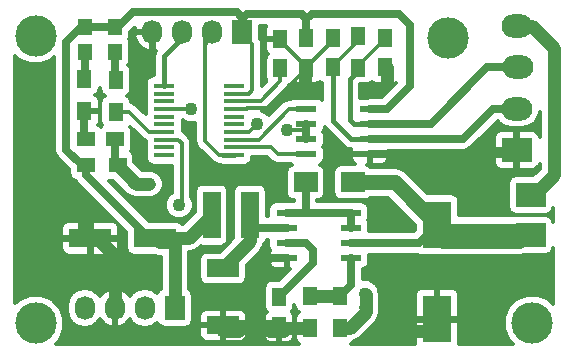
<source format=gbr>
G04 #@! TF.FileFunction,Copper,L1,Top,Signal*
%FSLAX46Y46*%
G04 Gerber Fmt 4.6, Leading zero omitted, Abs format (unit mm)*
G04 Created by KiCad (PCBNEW 4.0.2-stable) date 7/4/2016 11:44:18 PM*
%MOMM*%
G01*
G04 APERTURE LIST*
%ADD10C,0.100000*%
%ADD11C,3.500000*%
%ADD12R,1.800000X0.450000*%
%ADD13R,1.727200X2.032000*%
%ADD14O,1.727200X2.032000*%
%ADD15R,1.300000X1.500000*%
%ADD16R,2.400300X4.000500*%
%ADD17R,1.250000X1.500000*%
%ADD18R,3.599180X1.600200*%
%ADD19R,1.500000X1.250000*%
%ADD20R,2.700020X1.501140*%
%ADD21R,1.198880X1.400000*%
%ADD22R,2.500000X2.000000*%
%ADD23R,1.500000X4.000000*%
%ADD24R,1.500000X1.300000*%
%ADD25R,1.800000X0.600000*%
%ADD26R,2.000000X1.700000*%
%ADD27R,2.600000X2.000000*%
%ADD28O,2.600000X2.000000*%
%ADD29C,1.100000*%
%ADD30C,0.700000*%
%ADD31C,1.300000*%
%ADD32C,1.100000*%
%ADD33C,0.350000*%
%ADD34C,0.300000*%
%ADD35C,0.450000*%
%ADD36C,0.600000*%
%ADD37C,0.400000*%
G04 APERTURE END LIST*
D10*
D11*
X165100000Y-73152000D03*
X172267880Y-97289620D03*
X130200400Y-97320100D03*
D12*
X146993400Y-83049300D03*
X146993400Y-82399300D03*
X146993400Y-81749300D03*
X146993400Y-81099300D03*
X146993400Y-80449300D03*
X146993400Y-79799300D03*
X146993400Y-79149300D03*
X146993400Y-78499300D03*
X146993400Y-77849300D03*
X146993400Y-77199300D03*
X141093400Y-77199300D03*
X141093400Y-77849300D03*
X141093400Y-78499300D03*
X141093400Y-79149300D03*
X141093400Y-79799300D03*
X141093400Y-80449300D03*
X141093400Y-81099300D03*
X141093400Y-81749300D03*
X141093400Y-82399300D03*
X141093400Y-83049300D03*
D13*
X147701000Y-72656700D03*
D14*
X145161000Y-72656700D03*
X142621000Y-72656700D03*
X140081000Y-72656700D03*
D15*
X153441400Y-97704900D03*
X153441400Y-95004900D03*
X155956000Y-94979500D03*
X155956000Y-97679500D03*
D16*
X164185600Y-88963500D03*
X164185600Y-96964500D03*
D17*
X159791400Y-75633900D03*
X159791400Y-73133900D03*
X155371800Y-75613900D03*
X155371800Y-73113900D03*
X153136600Y-73164700D03*
X153136600Y-75664700D03*
X150926800Y-75730100D03*
X150926800Y-73230100D03*
X150825200Y-95054100D03*
X150825200Y-97554100D03*
D18*
X140342620Y-90106500D03*
X134840980Y-90106500D03*
D19*
X136962200Y-81699100D03*
X134462200Y-81699100D03*
D20*
X146075400Y-92659200D03*
X146075400Y-97459800D03*
D21*
X134366000Y-72242680D03*
X134366000Y-74340720D03*
X136956800Y-72217280D03*
X136956800Y-74315320D03*
D22*
X172135800Y-86438000D03*
X172135800Y-89838000D03*
D23*
X145110200Y-88150700D03*
X148361400Y-88150700D03*
D13*
X141986000Y-95999300D03*
D14*
X139446000Y-95999300D03*
X136906000Y-95999300D03*
X134366000Y-95999300D03*
D15*
X157530800Y-75661500D03*
X157530800Y-72961500D03*
X134340600Y-79340700D03*
X134340600Y-76640700D03*
D24*
X134451100Y-83934300D03*
X137151100Y-83934300D03*
D15*
X136982200Y-79391500D03*
X136982200Y-76691500D03*
D25*
X153103600Y-79159100D03*
X153103600Y-80429100D03*
X153103600Y-81699100D03*
X153103600Y-82969100D03*
X158503600Y-82969100D03*
X158503600Y-81699100D03*
X158503600Y-80429100D03*
X158503600Y-79159100D03*
X151478000Y-87960200D03*
X151478000Y-89230200D03*
X151478000Y-90500200D03*
X151478000Y-91770200D03*
X156878000Y-91770200D03*
X156878000Y-90500200D03*
X156878000Y-89230200D03*
X156878000Y-87960200D03*
D11*
X130200400Y-72976740D03*
D26*
X153067000Y-85369400D03*
X157067000Y-85369400D03*
D27*
X170932000Y-82636000D03*
D28*
X170942000Y-79136000D03*
X171012000Y-75636000D03*
X170932000Y-72136000D03*
D29*
X151231600Y-97993200D03*
X146050000Y-97955100D03*
X159918400Y-97967800D03*
X162204400Y-97993200D03*
X161086800Y-97967800D03*
X153035000Y-75628500D03*
X153035000Y-77127100D03*
X159943800Y-77076300D03*
X159931400Y-75628500D03*
X149987000Y-97955100D03*
X147447000Y-97955100D03*
X134353300Y-86791800D03*
X134289800Y-89141300D03*
X134315200Y-87922100D03*
X134340600Y-79340700D03*
X141996160Y-94025720D03*
X158089600Y-94792800D03*
X158140400Y-95935800D03*
X151511000Y-80937100D03*
X143383000Y-79159100D03*
X142367000Y-87287100D03*
X148971000Y-80429100D03*
X139827000Y-85509100D03*
D30*
X151478000Y-87960200D02*
X152857200Y-87960200D01*
X152857200Y-87960200D02*
X153060400Y-87757000D01*
X153060400Y-87757000D02*
X153060400Y-85376000D01*
X153060400Y-85376000D02*
X153067000Y-85369400D01*
X156878000Y-89230200D02*
X156878000Y-87960200D01*
X156878000Y-87960200D02*
X151478000Y-87960200D01*
D31*
X164185600Y-88963500D02*
X164185600Y-89824560D01*
X171145200Y-90319860D02*
X171627060Y-89838000D01*
X164185600Y-89824560D02*
X164680900Y-90319860D01*
X164680900Y-90319860D02*
X171145200Y-90319860D01*
X171627060Y-89838000D02*
X172135800Y-89838000D01*
X157067000Y-85369400D02*
X160591500Y-85369400D01*
X160591500Y-85369400D02*
X164185600Y-88963500D01*
X172094420Y-89458800D02*
X165018720Y-89458800D01*
X165060100Y-89838000D02*
X164185600Y-88963500D01*
D30*
X156878000Y-90500200D02*
X162648900Y-90500200D01*
X162648900Y-90500200D02*
X164185600Y-88963500D01*
D32*
X164780700Y-89558600D02*
X164185600Y-88963500D01*
X164185600Y-89128600D02*
X164045900Y-89268300D01*
D30*
X151478000Y-91770200D02*
X150157180Y-91770200D01*
X150157180Y-91770200D02*
X148717000Y-93210380D01*
X148717000Y-93210380D02*
X148717000Y-97554100D01*
D33*
X155371800Y-73362820D02*
X155338780Y-73362820D01*
X155338780Y-73362820D02*
X153136600Y-75565000D01*
X153136600Y-75565000D02*
X153136600Y-75598020D01*
D32*
X159943800Y-77076300D02*
X159943800Y-75640900D01*
X159943800Y-75640900D02*
X159931400Y-75628500D01*
X153035000Y-77127100D02*
X153035000Y-75628500D01*
X147447000Y-97955100D02*
X146050000Y-97955100D01*
X149987000Y-97955100D02*
X151193500Y-97955100D01*
X151193500Y-97955100D02*
X151231600Y-97993200D01*
X149987000Y-97955100D02*
X150424200Y-97955100D01*
X150424200Y-97955100D02*
X150825200Y-97554100D01*
D30*
X158503600Y-82969100D02*
X170598900Y-82969100D01*
X170598900Y-82969100D02*
X170932000Y-82636000D01*
D32*
X161086800Y-97967800D02*
X159918400Y-97967800D01*
X161086800Y-97967800D02*
X163182300Y-97967800D01*
X163182300Y-97967800D02*
X164185600Y-96964500D01*
D34*
X155371800Y-73113900D02*
X155371800Y-73362820D01*
X153136600Y-75598020D02*
X153136600Y-75664700D01*
D30*
X134340600Y-79340700D02*
X134340600Y-81577500D01*
X134340600Y-81577500D02*
X134462200Y-81699100D01*
D32*
X136906000Y-95999300D02*
X136906000Y-91617800D01*
X136906000Y-91617800D02*
X135293100Y-90004900D01*
X135293100Y-90004900D02*
X134942580Y-90004900D01*
X134942580Y-90004900D02*
X134840980Y-90106500D01*
X146075400Y-97459800D02*
X146951700Y-97459800D01*
X146951700Y-97459800D02*
X147447000Y-97955100D01*
X134353300Y-86791800D02*
X134353300Y-87884000D01*
X134353300Y-87884000D02*
X134315200Y-87922100D01*
X134315200Y-87922100D02*
X134315200Y-89580720D01*
X134315200Y-89580720D02*
X134840980Y-90106500D01*
D30*
X134340600Y-79340700D02*
X134603800Y-79340700D01*
D33*
X146993400Y-79149300D02*
X148066400Y-79149300D01*
X148066400Y-79149300D02*
X148116390Y-79099310D01*
X148116390Y-79099310D02*
X149826990Y-79099310D01*
X149826990Y-79099310D02*
X153136600Y-75789700D01*
X153136600Y-75789700D02*
X153136600Y-75664700D01*
D30*
X136156700Y-90106500D02*
X134840980Y-90106500D01*
D32*
X150825200Y-97554100D02*
X148717000Y-97554100D01*
X148717000Y-97554100D02*
X146169700Y-97554100D01*
X146169700Y-97554100D02*
X146075400Y-97459800D01*
X147022500Y-97554100D02*
X146862800Y-97713800D01*
X153441400Y-97704900D02*
X150976000Y-97704900D01*
X150976000Y-97704900D02*
X150825200Y-97554100D01*
D34*
X150926800Y-73230100D02*
X150926800Y-73355100D01*
D33*
X150926800Y-73355100D02*
X153136600Y-75564900D01*
D34*
X153136600Y-75564900D02*
X153136600Y-75664700D01*
X140081000Y-72504300D02*
X140081000Y-72656700D01*
D30*
X156878000Y-91770200D02*
X156878000Y-94057500D01*
X156878000Y-94057500D02*
X155956000Y-94979500D01*
D32*
X153441400Y-95004900D02*
X155930600Y-95004900D01*
X155930600Y-95004900D02*
X155956000Y-94979500D01*
X155956000Y-97679500D02*
X156808180Y-97679500D01*
X156808180Y-97679500D02*
X158140400Y-96347280D01*
X158140400Y-96347280D02*
X158140400Y-95935800D01*
D30*
X153136600Y-73164700D02*
X153136600Y-71501000D01*
X148130260Y-71097140D02*
X147713700Y-71513700D01*
X147713700Y-72644000D02*
X147701000Y-72656700D01*
X153136600Y-71501000D02*
X152732740Y-71097140D01*
X152732740Y-71097140D02*
X148130260Y-71097140D01*
X147713700Y-71513700D02*
X147713700Y-72644000D01*
X153136600Y-73164700D02*
X153136600Y-71577200D01*
X153136600Y-71577200D02*
X153619200Y-71094600D01*
X153619200Y-71094600D02*
X160972500Y-71094600D01*
X160972500Y-71094600D02*
X161925000Y-72047100D01*
X161925000Y-72047100D02*
X161925000Y-77177900D01*
X161925000Y-77177900D02*
X159943800Y-79159100D01*
X159943800Y-79159100D02*
X158503600Y-79159100D01*
D32*
X158137860Y-94802960D02*
X158137860Y-95895160D01*
X158089600Y-95885000D02*
X158140400Y-95935800D01*
D30*
X136956800Y-72217280D02*
X137218420Y-72217280D01*
X137218420Y-72217280D02*
X138468100Y-70967600D01*
X138468100Y-70967600D02*
X147218400Y-70967600D01*
X147218400Y-70967600D02*
X147701000Y-71450200D01*
X147701000Y-71450200D02*
X147701000Y-72656700D01*
X134366000Y-72242680D02*
X134056120Y-72242680D01*
X134056120Y-72242680D02*
X132791200Y-73507600D01*
X132791200Y-73507600D02*
X132791200Y-82600800D01*
X134124700Y-83934300D02*
X134451100Y-83934300D01*
X132791200Y-82600800D02*
X134124700Y-83934300D01*
D32*
X141986000Y-95999300D02*
X141986000Y-90538300D01*
X141986000Y-90538300D02*
X142011400Y-90512900D01*
X142011400Y-90512900D02*
X141947900Y-90449400D01*
X141947900Y-90449400D02*
X140685520Y-90449400D01*
X140685520Y-90449400D02*
X140342620Y-90106500D01*
D30*
X140342620Y-90106500D02*
X139814300Y-90106500D01*
X139814300Y-90106500D02*
X134451100Y-84743300D01*
X134451100Y-84743300D02*
X134451100Y-83934300D01*
D33*
X146993400Y-77849300D02*
X148243400Y-77849300D01*
X148243400Y-77849300D02*
X148564600Y-77528100D01*
X148564600Y-77528100D02*
X148564600Y-73672700D01*
X148564600Y-73672700D02*
X147701000Y-72809100D01*
X147701000Y-72809100D02*
X147701000Y-72656700D01*
D34*
X147701000Y-72656700D02*
X147840700Y-72656700D01*
X147027900Y-77851000D02*
X147026200Y-77849300D01*
X147026200Y-77849300D02*
X146993400Y-77849300D01*
D30*
X136956800Y-72217280D02*
X134391400Y-72217280D01*
X134391400Y-72217280D02*
X134366000Y-72242680D01*
D32*
X145110200Y-88150700D02*
X143192500Y-90068400D01*
X143192500Y-90068400D02*
X140380720Y-90068400D01*
X140380720Y-90068400D02*
X140342620Y-90106500D01*
D34*
X141986000Y-96151700D02*
X141986000Y-95999300D01*
D32*
X170932000Y-72136000D02*
X172262800Y-72136000D01*
X172262800Y-72136000D02*
X174091600Y-73964800D01*
X174091600Y-73964800D02*
X174091600Y-84732200D01*
X174091600Y-84732200D02*
X172385800Y-86438000D01*
X172385800Y-86438000D02*
X172135800Y-86438000D01*
D33*
X159791400Y-73195180D02*
X159791400Y-73212960D01*
X159791400Y-73212960D02*
X157548580Y-75455780D01*
X157548580Y-75455780D02*
X157530800Y-75455780D01*
D30*
X158503600Y-80429100D02*
X163664900Y-80429100D01*
X163664900Y-80429100D02*
X168458000Y-75636000D01*
X168458000Y-75636000D02*
X171012000Y-75636000D01*
D35*
X159791400Y-73133900D02*
X159791400Y-73195180D01*
X157530800Y-75455780D02*
X157530800Y-75661500D01*
X157530800Y-75661500D02*
X157530800Y-75857100D01*
X157530800Y-75857100D02*
X156806900Y-76581000D01*
X156806900Y-76581000D02*
X156806900Y-80082400D01*
X156806900Y-80082400D02*
X157153600Y-80429100D01*
X157153600Y-80429100D02*
X158503600Y-80429100D01*
D33*
X157530800Y-73383140D02*
X157482540Y-73383140D01*
X157482540Y-73383140D02*
X155371800Y-75493880D01*
X155371800Y-75493880D02*
X155371800Y-75542140D01*
D30*
X170942000Y-79136000D02*
X168942000Y-79136000D01*
X168942000Y-79136000D02*
X166378900Y-81699100D01*
X166378900Y-81699100D02*
X162902900Y-81699100D01*
X158503600Y-81699100D02*
X162902900Y-81699100D01*
D35*
X157530800Y-72961500D02*
X157530800Y-73383140D01*
X155371800Y-75542140D02*
X155371800Y-75613900D01*
X155371800Y-75613900D02*
X155371800Y-80137000D01*
X155371800Y-80137000D02*
X156933900Y-81699100D01*
X156933900Y-81699100D02*
X158503600Y-81699100D01*
D33*
X146993400Y-78499300D02*
X149257600Y-78499300D01*
X149257600Y-78499300D02*
X150926800Y-76830100D01*
X150926800Y-76830100D02*
X150926800Y-75730100D01*
D34*
X150926800Y-75730100D02*
X150926800Y-76238100D01*
D30*
X151478000Y-90500200D02*
X153078000Y-90500200D01*
X153078000Y-90500200D02*
X153695400Y-91117600D01*
X153695400Y-91117600D02*
X153695400Y-92183900D01*
X153695400Y-92183900D02*
X152658760Y-93220540D01*
X152658760Y-93220540D02*
X150825200Y-95054100D01*
D36*
X150825200Y-95034100D02*
X150825200Y-95054100D01*
D30*
X151478000Y-89230200D02*
X148666200Y-89230200D01*
X148666200Y-89230200D02*
X148488400Y-89052400D01*
X148488400Y-89052400D02*
X148488400Y-88277700D01*
X148488400Y-88277700D02*
X148361400Y-88150700D01*
X148539200Y-87972900D02*
X148361400Y-88150700D01*
D32*
X148361400Y-88150700D02*
X148361400Y-90373200D01*
X148361400Y-90373200D02*
X146075400Y-92659200D01*
D30*
X134366000Y-74340720D02*
X134366000Y-76615300D01*
X134366000Y-76615300D02*
X134340600Y-76640700D01*
X136956800Y-74315320D02*
X136956800Y-76666100D01*
X136956800Y-76666100D02*
X136982200Y-76691500D01*
D37*
X144538700Y-73240900D02*
X144538700Y-73609200D01*
X146037300Y-83074301D02*
X146993400Y-83074301D01*
D33*
X144538700Y-73609200D02*
X144538700Y-81844600D01*
X144538700Y-81844600D02*
X145768401Y-83074301D01*
X145768401Y-83074301D02*
X146037300Y-83074301D01*
D37*
X145161000Y-72656700D02*
X145122900Y-72656700D01*
X145122900Y-72656700D02*
X144538700Y-73240900D01*
D33*
X153103600Y-82969100D02*
X150736300Y-82969100D01*
X146993400Y-82399300D02*
X150166500Y-82399300D01*
X150166500Y-82399300D02*
X150736300Y-82969100D01*
X153103600Y-79159100D02*
X151684002Y-79159100D01*
X146993400Y-81749300D02*
X149093802Y-81749300D01*
X149093802Y-81749300D02*
X151684002Y-79159100D01*
X151684002Y-79159100D02*
X151903600Y-79159100D01*
D34*
X153103600Y-79159100D02*
X151903600Y-79159100D01*
X142621000Y-72656700D02*
X142621000Y-73177400D01*
X142621000Y-73177400D02*
X141093400Y-74705000D01*
X141093400Y-74705000D02*
X141093400Y-77199300D01*
D37*
X142621000Y-72656700D02*
X142621000Y-73152000D01*
X142621000Y-73152000D02*
X142633700Y-73164700D01*
X142633700Y-73164700D02*
X141093400Y-74705000D01*
X141093400Y-74705000D02*
X141093400Y-77174299D01*
D30*
X153103600Y-80429100D02*
X153103600Y-80937100D01*
X153103600Y-80937100D02*
X153103600Y-81699100D01*
D34*
X151511000Y-80937100D02*
X153103600Y-80937100D01*
X141093400Y-79149300D02*
X143373200Y-79149300D01*
X143373200Y-79149300D02*
X143383000Y-79159100D01*
D33*
X141093400Y-81749300D02*
X142239400Y-81749300D01*
X142239400Y-81749300D02*
X142557500Y-82067400D01*
X142557500Y-82067400D02*
X142557500Y-87096600D01*
X142557500Y-87096600D02*
X142367000Y-87287100D01*
D34*
X142621000Y-87287100D02*
X142367000Y-87287100D01*
D30*
X136962200Y-81699100D02*
X136962200Y-83745400D01*
X136962200Y-83745400D02*
X137151100Y-83934300D01*
D34*
X146993400Y-81099300D02*
X147904200Y-81099300D01*
D33*
X148971000Y-80429100D02*
X148300799Y-81099301D01*
X147904201Y-81099301D02*
X147904200Y-81099300D01*
X148300799Y-81099301D02*
X147904201Y-81099301D01*
D32*
X139827000Y-85509100D02*
X138725900Y-85509100D01*
X138725900Y-85509100D02*
X137151100Y-83934300D01*
D30*
X136931102Y-83934300D02*
X137151100Y-83934300D01*
D33*
X138220700Y-79476600D02*
X138135600Y-79391500D01*
X138135600Y-79391500D02*
X136982200Y-79391500D01*
X141093400Y-81099300D02*
X139843400Y-81099300D01*
X139843400Y-81099300D02*
X138220700Y-79476600D01*
D34*
X136982200Y-79391500D02*
X137932200Y-79391500D01*
G36*
X174031700Y-95648118D02*
X173633684Y-95249407D01*
X172748962Y-94882038D01*
X171791000Y-94881202D01*
X170905639Y-95247026D01*
X170227667Y-95923816D01*
X169860298Y-96808538D01*
X169859462Y-97766500D01*
X170225286Y-98651861D01*
X170610951Y-99038200D01*
X166043750Y-99038200D01*
X166043750Y-97233000D01*
X165879250Y-97068500D01*
X164289600Y-97068500D01*
X164289600Y-97088500D01*
X164081600Y-97088500D01*
X164081600Y-97068500D01*
X162491950Y-97068500D01*
X162327450Y-97233000D01*
X162327450Y-99038200D01*
X156875183Y-99038200D01*
X157073792Y-98910399D01*
X157133677Y-98822754D01*
X157270462Y-98795546D01*
X157662365Y-98533685D01*
X158994585Y-97201465D01*
X159256447Y-96809561D01*
X159348400Y-96347280D01*
X159348400Y-95935800D01*
X159348609Y-95696568D01*
X159345860Y-95689915D01*
X159345860Y-94833366D01*
X162327450Y-94833366D01*
X162327450Y-96696000D01*
X162491950Y-96860500D01*
X164081600Y-96860500D01*
X164081600Y-94470750D01*
X164289600Y-94470750D01*
X164289600Y-96860500D01*
X165879250Y-96860500D01*
X166043750Y-96696000D01*
X166043750Y-94833366D01*
X165943576Y-94591523D01*
X165758477Y-94406425D01*
X165516635Y-94306250D01*
X164454100Y-94306250D01*
X164289600Y-94470750D01*
X164081600Y-94470750D01*
X163917100Y-94306250D01*
X162854565Y-94306250D01*
X162612723Y-94406425D01*
X162427624Y-94591523D01*
X162327450Y-94833366D01*
X159345860Y-94833366D01*
X159345860Y-94802960D01*
X159297802Y-94561358D01*
X159297809Y-94553568D01*
X159294808Y-94546305D01*
X159253906Y-94340678D01*
X159138447Y-94167881D01*
X159114290Y-94109417D01*
X159069205Y-94064254D01*
X158992045Y-93948775D01*
X158877573Y-93872287D01*
X158774770Y-93769305D01*
X158639198Y-93713010D01*
X158600142Y-93686914D01*
X158554475Y-93677830D01*
X158330940Y-93585010D01*
X157886000Y-93584622D01*
X157886000Y-92720768D01*
X158021840Y-92695208D01*
X158245792Y-92551099D01*
X158396033Y-92331214D01*
X158448890Y-92070200D01*
X158448890Y-91508200D01*
X162616744Y-91508200D01*
X162724436Y-91581783D01*
X162985450Y-91634640D01*
X165385750Y-91634640D01*
X165421782Y-91627860D01*
X171145200Y-91627860D01*
X171645750Y-91528294D01*
X171674790Y-91508890D01*
X173385800Y-91508890D01*
X173629640Y-91463008D01*
X173853592Y-91318899D01*
X174003833Y-91099014D01*
X174031700Y-90961404D01*
X174031700Y-95648118D01*
X174031700Y-95648118D01*
G37*
X174031700Y-95648118D02*
X173633684Y-95249407D01*
X172748962Y-94882038D01*
X171791000Y-94881202D01*
X170905639Y-95247026D01*
X170227667Y-95923816D01*
X169860298Y-96808538D01*
X169859462Y-97766500D01*
X170225286Y-98651861D01*
X170610951Y-99038200D01*
X166043750Y-99038200D01*
X166043750Y-97233000D01*
X165879250Y-97068500D01*
X164289600Y-97068500D01*
X164289600Y-97088500D01*
X164081600Y-97088500D01*
X164081600Y-97068500D01*
X162491950Y-97068500D01*
X162327450Y-97233000D01*
X162327450Y-99038200D01*
X156875183Y-99038200D01*
X157073792Y-98910399D01*
X157133677Y-98822754D01*
X157270462Y-98795546D01*
X157662365Y-98533685D01*
X158994585Y-97201465D01*
X159256447Y-96809561D01*
X159348400Y-96347280D01*
X159348400Y-95935800D01*
X159348609Y-95696568D01*
X159345860Y-95689915D01*
X159345860Y-94833366D01*
X162327450Y-94833366D01*
X162327450Y-96696000D01*
X162491950Y-96860500D01*
X164081600Y-96860500D01*
X164081600Y-94470750D01*
X164289600Y-94470750D01*
X164289600Y-96860500D01*
X165879250Y-96860500D01*
X166043750Y-96696000D01*
X166043750Y-94833366D01*
X165943576Y-94591523D01*
X165758477Y-94406425D01*
X165516635Y-94306250D01*
X164454100Y-94306250D01*
X164289600Y-94470750D01*
X164081600Y-94470750D01*
X163917100Y-94306250D01*
X162854565Y-94306250D01*
X162612723Y-94406425D01*
X162427624Y-94591523D01*
X162327450Y-94833366D01*
X159345860Y-94833366D01*
X159345860Y-94802960D01*
X159297802Y-94561358D01*
X159297809Y-94553568D01*
X159294808Y-94546305D01*
X159253906Y-94340678D01*
X159138447Y-94167881D01*
X159114290Y-94109417D01*
X159069205Y-94064254D01*
X158992045Y-93948775D01*
X158877573Y-93872287D01*
X158774770Y-93769305D01*
X158639198Y-93713010D01*
X158600142Y-93686914D01*
X158554475Y-93677830D01*
X158330940Y-93585010D01*
X157886000Y-93584622D01*
X157886000Y-92720768D01*
X158021840Y-92695208D01*
X158245792Y-92551099D01*
X158396033Y-92331214D01*
X158448890Y-92070200D01*
X158448890Y-91508200D01*
X162616744Y-91508200D01*
X162724436Y-91581783D01*
X162985450Y-91634640D01*
X165385750Y-91634640D01*
X165421782Y-91627860D01*
X171145200Y-91627860D01*
X171645750Y-91528294D01*
X171674790Y-91508890D01*
X173385800Y-91508890D01*
X173629640Y-91463008D01*
X173853592Y-91318899D01*
X174003833Y-91099014D01*
X174031700Y-90961404D01*
X174031700Y-95648118D01*
G36*
X128834596Y-75016953D02*
X129719318Y-75384322D01*
X130677280Y-75385158D01*
X131562641Y-75019334D01*
X131783200Y-74799160D01*
X131783200Y-82600795D01*
X131783199Y-82600800D01*
X131859929Y-82986545D01*
X132078436Y-83313564D01*
X133030210Y-84265337D01*
X133030210Y-84584300D01*
X133076092Y-84828140D01*
X133220201Y-85052092D01*
X133440086Y-85202333D01*
X133588940Y-85232477D01*
X133738336Y-85456064D01*
X137872140Y-89589868D01*
X137872140Y-90906600D01*
X137918022Y-91150440D01*
X138062131Y-91374392D01*
X138282016Y-91524633D01*
X138543030Y-91577490D01*
X140283784Y-91577490D01*
X140685520Y-91657400D01*
X140778000Y-91657400D01*
X140778000Y-94423001D01*
X140654608Y-94502401D01*
X140504367Y-94722286D01*
X140503627Y-94725938D01*
X140028291Y-94408329D01*
X139446000Y-94292504D01*
X138863709Y-94408329D01*
X138370066Y-94738170D01*
X138175508Y-95029347D01*
X137840500Y-94643013D01*
X137308658Y-94377036D01*
X137246194Y-94363817D01*
X137010000Y-94493791D01*
X137010000Y-95895300D01*
X137030000Y-95895300D01*
X137030000Y-96103300D01*
X137010000Y-96103300D01*
X137010000Y-97504809D01*
X137246194Y-97634783D01*
X137308658Y-97621564D01*
X137840500Y-97355587D01*
X138175508Y-96969253D01*
X138370066Y-97260430D01*
X138863709Y-97590271D01*
X139446000Y-97706096D01*
X140028291Y-97590271D01*
X140505352Y-97271510D01*
X140641501Y-97483092D01*
X140861386Y-97633333D01*
X141122400Y-97686190D01*
X142849600Y-97686190D01*
X143093440Y-97640308D01*
X143317392Y-97496199D01*
X143467633Y-97276314D01*
X143520490Y-97015300D01*
X143520490Y-96578346D01*
X144067390Y-96578346D01*
X144067390Y-97191300D01*
X144231890Y-97355800D01*
X145971400Y-97355800D01*
X145971400Y-96215730D01*
X146179400Y-96215730D01*
X146179400Y-97355800D01*
X147918910Y-97355800D01*
X148083410Y-97191300D01*
X148083410Y-96578346D01*
X147983236Y-96336503D01*
X147798137Y-96151405D01*
X147556295Y-96051230D01*
X146343900Y-96051230D01*
X146179400Y-96215730D01*
X145971400Y-96215730D01*
X145806900Y-96051230D01*
X144594505Y-96051230D01*
X144352663Y-96151405D01*
X144167564Y-96336503D01*
X144067390Y-96578346D01*
X143520490Y-96578346D01*
X143520490Y-94983300D01*
X143474608Y-94739460D01*
X143330499Y-94515508D01*
X143194000Y-94422242D01*
X143194000Y-94291022D01*
X143203950Y-94267060D01*
X143204369Y-93786488D01*
X143194000Y-93761393D01*
X143194000Y-91276102D01*
X143654782Y-91184446D01*
X144046685Y-90922585D01*
X144183469Y-90785801D01*
X144360200Y-90821590D01*
X145860200Y-90821590D01*
X146104040Y-90775708D01*
X146327992Y-90631599D01*
X146478233Y-90411714D01*
X146531090Y-90150700D01*
X146531090Y-86150700D01*
X146485208Y-85906860D01*
X146341099Y-85682908D01*
X146121214Y-85532667D01*
X145860200Y-85479810D01*
X144360200Y-85479810D01*
X144116360Y-85525692D01*
X143892408Y-85669801D01*
X143742167Y-85889686D01*
X143689310Y-86150700D01*
X143689310Y-87863220D01*
X142692130Y-88860400D01*
X142637132Y-88860400D01*
X142623109Y-88838608D01*
X142403224Y-88688367D01*
X142142210Y-88635510D01*
X139768838Y-88635510D01*
X136385323Y-85251995D01*
X136401100Y-85255190D01*
X136763620Y-85255190D01*
X137871715Y-86363285D01*
X138263619Y-86625147D01*
X138725900Y-86717100D01*
X139826519Y-86717100D01*
X140066232Y-86717309D01*
X140510383Y-86533790D01*
X140850495Y-86194270D01*
X141034790Y-85750440D01*
X141035209Y-85269868D01*
X140851690Y-84825717D01*
X140512170Y-84485605D01*
X140068340Y-84301310D01*
X139587768Y-84300891D01*
X139587262Y-84301100D01*
X139226270Y-84301100D01*
X138571990Y-83646820D01*
X138571990Y-83284300D01*
X138526108Y-83040460D01*
X138381999Y-82816508D01*
X138238924Y-82718749D01*
X138330233Y-82585114D01*
X138383090Y-82324100D01*
X138383090Y-81074100D01*
X138337208Y-80830260D01*
X138230516Y-80664456D01*
X139254380Y-81688320D01*
X139522510Y-81867479D01*
X139522510Y-81974300D01*
X139542017Y-82077971D01*
X139522510Y-82174300D01*
X139522510Y-82624300D01*
X139542017Y-82727971D01*
X139522510Y-82824300D01*
X139522510Y-83274300D01*
X139568392Y-83518140D01*
X139712501Y-83742092D01*
X139932386Y-83892333D01*
X140193400Y-83945190D01*
X141724500Y-83945190D01*
X141724500Y-86245518D01*
X141683617Y-86262410D01*
X141343505Y-86601930D01*
X141159210Y-87045760D01*
X141158791Y-87526332D01*
X141342310Y-87970483D01*
X141681830Y-88310595D01*
X142125660Y-88494890D01*
X142606232Y-88495309D01*
X143050383Y-88311790D01*
X143390495Y-87972270D01*
X143574790Y-87528440D01*
X143575209Y-87047868D01*
X143391690Y-86603717D01*
X143390500Y-86602525D01*
X143390500Y-82067400D01*
X143327092Y-81748625D01*
X143146520Y-81478380D01*
X142828420Y-81160280D01*
X142664290Y-81050611D01*
X142664290Y-80874300D01*
X142644783Y-80770629D01*
X142664290Y-80674300D01*
X142664290Y-80224300D01*
X142646829Y-80131505D01*
X142697830Y-80182595D01*
X143141660Y-80366890D01*
X143622232Y-80367309D01*
X143705700Y-80332821D01*
X143705700Y-81844600D01*
X143769108Y-82163376D01*
X143949680Y-82433620D01*
X145179381Y-83663321D01*
X145449625Y-83843893D01*
X145768401Y-83907301D01*
X145906300Y-83907301D01*
X146093400Y-83945190D01*
X147893400Y-83945190D01*
X148137240Y-83899308D01*
X148361192Y-83755199D01*
X148511433Y-83535314D01*
X148564290Y-83274300D01*
X148564290Y-83232300D01*
X149821460Y-83232300D01*
X150147280Y-83558120D01*
X150417524Y-83738692D01*
X150736300Y-83802100D01*
X151818136Y-83802100D01*
X151925129Y-83875205D01*
X151823160Y-83894392D01*
X151599208Y-84038501D01*
X151448967Y-84258386D01*
X151396110Y-84519400D01*
X151396110Y-86219400D01*
X151441992Y-86463240D01*
X151586101Y-86687192D01*
X151805986Y-86837433D01*
X152052400Y-86887333D01*
X152052400Y-86952200D01*
X151478000Y-86952200D01*
X151291434Y-86989310D01*
X150578000Y-86989310D01*
X150334160Y-87035192D01*
X150110208Y-87179301D01*
X149959967Y-87399186D01*
X149907110Y-87660200D01*
X149907110Y-88222200D01*
X149782290Y-88222200D01*
X149782290Y-86150700D01*
X149736408Y-85906860D01*
X149592299Y-85682908D01*
X149372414Y-85532667D01*
X149111400Y-85479810D01*
X147611400Y-85479810D01*
X147367560Y-85525692D01*
X147143608Y-85669801D01*
X146993367Y-85889686D01*
X146940510Y-86150700D01*
X146940510Y-90085720D01*
X145788490Y-91237740D01*
X144725390Y-91237740D01*
X144481550Y-91283622D01*
X144257598Y-91427731D01*
X144107357Y-91647616D01*
X144054500Y-91908630D01*
X144054500Y-93409770D01*
X144100382Y-93653610D01*
X144244491Y-93877562D01*
X144464376Y-94027803D01*
X144725390Y-94080660D01*
X147425410Y-94080660D01*
X147669250Y-94034778D01*
X147893202Y-93890669D01*
X148043443Y-93670784D01*
X148096300Y-93409770D01*
X148096300Y-92346670D01*
X148404270Y-92038700D01*
X149920000Y-92038700D01*
X149920000Y-92201085D01*
X150020175Y-92442927D01*
X150205273Y-92628026D01*
X150447116Y-92728200D01*
X151209500Y-92728200D01*
X151374000Y-92563700D01*
X151374000Y-91874200D01*
X150084500Y-91874200D01*
X149920000Y-92038700D01*
X148404270Y-92038700D01*
X149215585Y-91227385D01*
X149291012Y-91114500D01*
X149477446Y-90835482D01*
X149509019Y-90676754D01*
X149579192Y-90631599D01*
X149729433Y-90411714D01*
X149764571Y-90238200D01*
X149907110Y-90238200D01*
X149907110Y-90800200D01*
X149952992Y-91044040D01*
X150007330Y-91128484D01*
X149920000Y-91339315D01*
X149920000Y-91501700D01*
X150084500Y-91666200D01*
X151374000Y-91666200D01*
X151374000Y-91646200D01*
X151582000Y-91646200D01*
X151582000Y-91666200D01*
X151602000Y-91666200D01*
X151602000Y-91874200D01*
X151582000Y-91874200D01*
X151582000Y-92563700D01*
X151736036Y-92717736D01*
X150820562Y-93633210D01*
X150200200Y-93633210D01*
X149956360Y-93679092D01*
X149732408Y-93823201D01*
X149582167Y-94043086D01*
X149529310Y-94304100D01*
X149529310Y-95804100D01*
X149575192Y-96047940D01*
X149719301Y-96271892D01*
X149768345Y-96305402D01*
X149642374Y-96431373D01*
X149542200Y-96673216D01*
X149542200Y-97285600D01*
X149706700Y-97450100D01*
X150721200Y-97450100D01*
X150721200Y-97430100D01*
X150929200Y-97430100D01*
X150929200Y-97450100D01*
X151943700Y-97450100D01*
X152108200Y-97285600D01*
X152108200Y-96673216D01*
X152008026Y-96431373D01*
X151883711Y-96307058D01*
X151917992Y-96284999D01*
X152068233Y-96065114D01*
X152121090Y-95804100D01*
X152121090Y-95757982D01*
X152166392Y-95998740D01*
X152310501Y-96222692D01*
X152510220Y-96359154D01*
X152418673Y-96397075D01*
X152233574Y-96582173D01*
X152133400Y-96824016D01*
X152133400Y-97436400D01*
X152297900Y-97600900D01*
X153337400Y-97600900D01*
X153337400Y-97580900D01*
X153545400Y-97580900D01*
X153545400Y-97600900D01*
X153565400Y-97600900D01*
X153565400Y-97808900D01*
X153545400Y-97808900D01*
X153545400Y-97828900D01*
X153337400Y-97828900D01*
X153337400Y-97808900D01*
X152297900Y-97808900D01*
X152133400Y-97973400D01*
X152133400Y-98585784D01*
X152233574Y-98827627D01*
X152418673Y-99012725D01*
X152480175Y-99038200D01*
X131887702Y-99038200D01*
X132240613Y-98685904D01*
X132607982Y-97801182D01*
X132608045Y-97728300D01*
X144067390Y-97728300D01*
X144067390Y-98341254D01*
X144167564Y-98583097D01*
X144352663Y-98768195D01*
X144594505Y-98868370D01*
X145806900Y-98868370D01*
X145971400Y-98703870D01*
X145971400Y-97563800D01*
X146179400Y-97563800D01*
X146179400Y-98703870D01*
X146343900Y-98868370D01*
X147556295Y-98868370D01*
X147798137Y-98768195D01*
X147983236Y-98583097D01*
X148083410Y-98341254D01*
X148083410Y-97822600D01*
X149542200Y-97822600D01*
X149542200Y-98434984D01*
X149642374Y-98676827D01*
X149827473Y-98861925D01*
X150069315Y-98962100D01*
X150556700Y-98962100D01*
X150721200Y-98797600D01*
X150721200Y-97658100D01*
X150929200Y-97658100D01*
X150929200Y-98797600D01*
X151093700Y-98962100D01*
X151581085Y-98962100D01*
X151822927Y-98861925D01*
X152008026Y-98676827D01*
X152108200Y-98434984D01*
X152108200Y-97822600D01*
X151943700Y-97658100D01*
X150929200Y-97658100D01*
X150721200Y-97658100D01*
X149706700Y-97658100D01*
X149542200Y-97822600D01*
X148083410Y-97822600D01*
X148083410Y-97728300D01*
X147918910Y-97563800D01*
X146179400Y-97563800D01*
X145971400Y-97563800D01*
X144231890Y-97563800D01*
X144067390Y-97728300D01*
X132608045Y-97728300D01*
X132608818Y-96843220D01*
X132242994Y-95957859D01*
X132099490Y-95814104D01*
X132844400Y-95814104D01*
X132844400Y-96184496D01*
X132960225Y-96766787D01*
X133290066Y-97260430D01*
X133783709Y-97590271D01*
X134366000Y-97706096D01*
X134948291Y-97590271D01*
X135441934Y-97260430D01*
X135636492Y-96969253D01*
X135971500Y-97355587D01*
X136503342Y-97621564D01*
X136565806Y-97634783D01*
X136802000Y-97504809D01*
X136802000Y-96103300D01*
X136782000Y-96103300D01*
X136782000Y-95895300D01*
X136802000Y-95895300D01*
X136802000Y-94493791D01*
X136565806Y-94363817D01*
X136503342Y-94377036D01*
X135971500Y-94643013D01*
X135636492Y-95029347D01*
X135441934Y-94738170D01*
X134948291Y-94408329D01*
X134366000Y-94292504D01*
X133783709Y-94408329D01*
X133290066Y-94738170D01*
X132960225Y-95231813D01*
X132844400Y-95814104D01*
X132099490Y-95814104D01*
X131566204Y-95279887D01*
X130681482Y-94912518D01*
X129723520Y-94911682D01*
X128838159Y-95277506D01*
X128495000Y-95620067D01*
X128495000Y-90375000D01*
X132383390Y-90375000D01*
X132383390Y-91037485D01*
X132483565Y-91279327D01*
X132668663Y-91464426D01*
X132910506Y-91564600D01*
X134572480Y-91564600D01*
X134736980Y-91400100D01*
X134736980Y-90210500D01*
X134944980Y-90210500D01*
X134944980Y-91400100D01*
X135109480Y-91564600D01*
X136771454Y-91564600D01*
X137013297Y-91464426D01*
X137198395Y-91279327D01*
X137298570Y-91037485D01*
X137298570Y-90375000D01*
X137134070Y-90210500D01*
X134944980Y-90210500D01*
X134736980Y-90210500D01*
X132547890Y-90210500D01*
X132383390Y-90375000D01*
X128495000Y-90375000D01*
X128495000Y-89175515D01*
X132383390Y-89175515D01*
X132383390Y-89838000D01*
X132547890Y-90002500D01*
X134736980Y-90002500D01*
X134736980Y-88812900D01*
X134944980Y-88812900D01*
X134944980Y-90002500D01*
X137134070Y-90002500D01*
X137298570Y-89838000D01*
X137298570Y-89175515D01*
X137198395Y-88933673D01*
X137013297Y-88748574D01*
X136771454Y-88648400D01*
X135109480Y-88648400D01*
X134944980Y-88812900D01*
X134736980Y-88812900D01*
X134572480Y-88648400D01*
X132910506Y-88648400D01*
X132668663Y-88748574D01*
X132483565Y-88933673D01*
X132383390Y-89175515D01*
X128495000Y-89175515D01*
X128495000Y-74676764D01*
X128834596Y-75016953D01*
X128834596Y-75016953D01*
G37*
X128834596Y-75016953D02*
X129719318Y-75384322D01*
X130677280Y-75385158D01*
X131562641Y-75019334D01*
X131783200Y-74799160D01*
X131783200Y-82600795D01*
X131783199Y-82600800D01*
X131859929Y-82986545D01*
X132078436Y-83313564D01*
X133030210Y-84265337D01*
X133030210Y-84584300D01*
X133076092Y-84828140D01*
X133220201Y-85052092D01*
X133440086Y-85202333D01*
X133588940Y-85232477D01*
X133738336Y-85456064D01*
X137872140Y-89589868D01*
X137872140Y-90906600D01*
X137918022Y-91150440D01*
X138062131Y-91374392D01*
X138282016Y-91524633D01*
X138543030Y-91577490D01*
X140283784Y-91577490D01*
X140685520Y-91657400D01*
X140778000Y-91657400D01*
X140778000Y-94423001D01*
X140654608Y-94502401D01*
X140504367Y-94722286D01*
X140503627Y-94725938D01*
X140028291Y-94408329D01*
X139446000Y-94292504D01*
X138863709Y-94408329D01*
X138370066Y-94738170D01*
X138175508Y-95029347D01*
X137840500Y-94643013D01*
X137308658Y-94377036D01*
X137246194Y-94363817D01*
X137010000Y-94493791D01*
X137010000Y-95895300D01*
X137030000Y-95895300D01*
X137030000Y-96103300D01*
X137010000Y-96103300D01*
X137010000Y-97504809D01*
X137246194Y-97634783D01*
X137308658Y-97621564D01*
X137840500Y-97355587D01*
X138175508Y-96969253D01*
X138370066Y-97260430D01*
X138863709Y-97590271D01*
X139446000Y-97706096D01*
X140028291Y-97590271D01*
X140505352Y-97271510D01*
X140641501Y-97483092D01*
X140861386Y-97633333D01*
X141122400Y-97686190D01*
X142849600Y-97686190D01*
X143093440Y-97640308D01*
X143317392Y-97496199D01*
X143467633Y-97276314D01*
X143520490Y-97015300D01*
X143520490Y-96578346D01*
X144067390Y-96578346D01*
X144067390Y-97191300D01*
X144231890Y-97355800D01*
X145971400Y-97355800D01*
X145971400Y-96215730D01*
X146179400Y-96215730D01*
X146179400Y-97355800D01*
X147918910Y-97355800D01*
X148083410Y-97191300D01*
X148083410Y-96578346D01*
X147983236Y-96336503D01*
X147798137Y-96151405D01*
X147556295Y-96051230D01*
X146343900Y-96051230D01*
X146179400Y-96215730D01*
X145971400Y-96215730D01*
X145806900Y-96051230D01*
X144594505Y-96051230D01*
X144352663Y-96151405D01*
X144167564Y-96336503D01*
X144067390Y-96578346D01*
X143520490Y-96578346D01*
X143520490Y-94983300D01*
X143474608Y-94739460D01*
X143330499Y-94515508D01*
X143194000Y-94422242D01*
X143194000Y-94291022D01*
X143203950Y-94267060D01*
X143204369Y-93786488D01*
X143194000Y-93761393D01*
X143194000Y-91276102D01*
X143654782Y-91184446D01*
X144046685Y-90922585D01*
X144183469Y-90785801D01*
X144360200Y-90821590D01*
X145860200Y-90821590D01*
X146104040Y-90775708D01*
X146327992Y-90631599D01*
X146478233Y-90411714D01*
X146531090Y-90150700D01*
X146531090Y-86150700D01*
X146485208Y-85906860D01*
X146341099Y-85682908D01*
X146121214Y-85532667D01*
X145860200Y-85479810D01*
X144360200Y-85479810D01*
X144116360Y-85525692D01*
X143892408Y-85669801D01*
X143742167Y-85889686D01*
X143689310Y-86150700D01*
X143689310Y-87863220D01*
X142692130Y-88860400D01*
X142637132Y-88860400D01*
X142623109Y-88838608D01*
X142403224Y-88688367D01*
X142142210Y-88635510D01*
X139768838Y-88635510D01*
X136385323Y-85251995D01*
X136401100Y-85255190D01*
X136763620Y-85255190D01*
X137871715Y-86363285D01*
X138263619Y-86625147D01*
X138725900Y-86717100D01*
X139826519Y-86717100D01*
X140066232Y-86717309D01*
X140510383Y-86533790D01*
X140850495Y-86194270D01*
X141034790Y-85750440D01*
X141035209Y-85269868D01*
X140851690Y-84825717D01*
X140512170Y-84485605D01*
X140068340Y-84301310D01*
X139587768Y-84300891D01*
X139587262Y-84301100D01*
X139226270Y-84301100D01*
X138571990Y-83646820D01*
X138571990Y-83284300D01*
X138526108Y-83040460D01*
X138381999Y-82816508D01*
X138238924Y-82718749D01*
X138330233Y-82585114D01*
X138383090Y-82324100D01*
X138383090Y-81074100D01*
X138337208Y-80830260D01*
X138230516Y-80664456D01*
X139254380Y-81688320D01*
X139522510Y-81867479D01*
X139522510Y-81974300D01*
X139542017Y-82077971D01*
X139522510Y-82174300D01*
X139522510Y-82624300D01*
X139542017Y-82727971D01*
X139522510Y-82824300D01*
X139522510Y-83274300D01*
X139568392Y-83518140D01*
X139712501Y-83742092D01*
X139932386Y-83892333D01*
X140193400Y-83945190D01*
X141724500Y-83945190D01*
X141724500Y-86245518D01*
X141683617Y-86262410D01*
X141343505Y-86601930D01*
X141159210Y-87045760D01*
X141158791Y-87526332D01*
X141342310Y-87970483D01*
X141681830Y-88310595D01*
X142125660Y-88494890D01*
X142606232Y-88495309D01*
X143050383Y-88311790D01*
X143390495Y-87972270D01*
X143574790Y-87528440D01*
X143575209Y-87047868D01*
X143391690Y-86603717D01*
X143390500Y-86602525D01*
X143390500Y-82067400D01*
X143327092Y-81748625D01*
X143146520Y-81478380D01*
X142828420Y-81160280D01*
X142664290Y-81050611D01*
X142664290Y-80874300D01*
X142644783Y-80770629D01*
X142664290Y-80674300D01*
X142664290Y-80224300D01*
X142646829Y-80131505D01*
X142697830Y-80182595D01*
X143141660Y-80366890D01*
X143622232Y-80367309D01*
X143705700Y-80332821D01*
X143705700Y-81844600D01*
X143769108Y-82163376D01*
X143949680Y-82433620D01*
X145179381Y-83663321D01*
X145449625Y-83843893D01*
X145768401Y-83907301D01*
X145906300Y-83907301D01*
X146093400Y-83945190D01*
X147893400Y-83945190D01*
X148137240Y-83899308D01*
X148361192Y-83755199D01*
X148511433Y-83535314D01*
X148564290Y-83274300D01*
X148564290Y-83232300D01*
X149821460Y-83232300D01*
X150147280Y-83558120D01*
X150417524Y-83738692D01*
X150736300Y-83802100D01*
X151818136Y-83802100D01*
X151925129Y-83875205D01*
X151823160Y-83894392D01*
X151599208Y-84038501D01*
X151448967Y-84258386D01*
X151396110Y-84519400D01*
X151396110Y-86219400D01*
X151441992Y-86463240D01*
X151586101Y-86687192D01*
X151805986Y-86837433D01*
X152052400Y-86887333D01*
X152052400Y-86952200D01*
X151478000Y-86952200D01*
X151291434Y-86989310D01*
X150578000Y-86989310D01*
X150334160Y-87035192D01*
X150110208Y-87179301D01*
X149959967Y-87399186D01*
X149907110Y-87660200D01*
X149907110Y-88222200D01*
X149782290Y-88222200D01*
X149782290Y-86150700D01*
X149736408Y-85906860D01*
X149592299Y-85682908D01*
X149372414Y-85532667D01*
X149111400Y-85479810D01*
X147611400Y-85479810D01*
X147367560Y-85525692D01*
X147143608Y-85669801D01*
X146993367Y-85889686D01*
X146940510Y-86150700D01*
X146940510Y-90085720D01*
X145788490Y-91237740D01*
X144725390Y-91237740D01*
X144481550Y-91283622D01*
X144257598Y-91427731D01*
X144107357Y-91647616D01*
X144054500Y-91908630D01*
X144054500Y-93409770D01*
X144100382Y-93653610D01*
X144244491Y-93877562D01*
X144464376Y-94027803D01*
X144725390Y-94080660D01*
X147425410Y-94080660D01*
X147669250Y-94034778D01*
X147893202Y-93890669D01*
X148043443Y-93670784D01*
X148096300Y-93409770D01*
X148096300Y-92346670D01*
X148404270Y-92038700D01*
X149920000Y-92038700D01*
X149920000Y-92201085D01*
X150020175Y-92442927D01*
X150205273Y-92628026D01*
X150447116Y-92728200D01*
X151209500Y-92728200D01*
X151374000Y-92563700D01*
X151374000Y-91874200D01*
X150084500Y-91874200D01*
X149920000Y-92038700D01*
X148404270Y-92038700D01*
X149215585Y-91227385D01*
X149291012Y-91114500D01*
X149477446Y-90835482D01*
X149509019Y-90676754D01*
X149579192Y-90631599D01*
X149729433Y-90411714D01*
X149764571Y-90238200D01*
X149907110Y-90238200D01*
X149907110Y-90800200D01*
X149952992Y-91044040D01*
X150007330Y-91128484D01*
X149920000Y-91339315D01*
X149920000Y-91501700D01*
X150084500Y-91666200D01*
X151374000Y-91666200D01*
X151374000Y-91646200D01*
X151582000Y-91646200D01*
X151582000Y-91666200D01*
X151602000Y-91666200D01*
X151602000Y-91874200D01*
X151582000Y-91874200D01*
X151582000Y-92563700D01*
X151736036Y-92717736D01*
X150820562Y-93633210D01*
X150200200Y-93633210D01*
X149956360Y-93679092D01*
X149732408Y-93823201D01*
X149582167Y-94043086D01*
X149529310Y-94304100D01*
X149529310Y-95804100D01*
X149575192Y-96047940D01*
X149719301Y-96271892D01*
X149768345Y-96305402D01*
X149642374Y-96431373D01*
X149542200Y-96673216D01*
X149542200Y-97285600D01*
X149706700Y-97450100D01*
X150721200Y-97450100D01*
X150721200Y-97430100D01*
X150929200Y-97430100D01*
X150929200Y-97450100D01*
X151943700Y-97450100D01*
X152108200Y-97285600D01*
X152108200Y-96673216D01*
X152008026Y-96431373D01*
X151883711Y-96307058D01*
X151917992Y-96284999D01*
X152068233Y-96065114D01*
X152121090Y-95804100D01*
X152121090Y-95757982D01*
X152166392Y-95998740D01*
X152310501Y-96222692D01*
X152510220Y-96359154D01*
X152418673Y-96397075D01*
X152233574Y-96582173D01*
X152133400Y-96824016D01*
X152133400Y-97436400D01*
X152297900Y-97600900D01*
X153337400Y-97600900D01*
X153337400Y-97580900D01*
X153545400Y-97580900D01*
X153545400Y-97600900D01*
X153565400Y-97600900D01*
X153565400Y-97808900D01*
X153545400Y-97808900D01*
X153545400Y-97828900D01*
X153337400Y-97828900D01*
X153337400Y-97808900D01*
X152297900Y-97808900D01*
X152133400Y-97973400D01*
X152133400Y-98585784D01*
X152233574Y-98827627D01*
X152418673Y-99012725D01*
X152480175Y-99038200D01*
X131887702Y-99038200D01*
X132240613Y-98685904D01*
X132607982Y-97801182D01*
X132608045Y-97728300D01*
X144067390Y-97728300D01*
X144067390Y-98341254D01*
X144167564Y-98583097D01*
X144352663Y-98768195D01*
X144594505Y-98868370D01*
X145806900Y-98868370D01*
X145971400Y-98703870D01*
X145971400Y-97563800D01*
X146179400Y-97563800D01*
X146179400Y-98703870D01*
X146343900Y-98868370D01*
X147556295Y-98868370D01*
X147798137Y-98768195D01*
X147983236Y-98583097D01*
X148083410Y-98341254D01*
X148083410Y-97822600D01*
X149542200Y-97822600D01*
X149542200Y-98434984D01*
X149642374Y-98676827D01*
X149827473Y-98861925D01*
X150069315Y-98962100D01*
X150556700Y-98962100D01*
X150721200Y-98797600D01*
X150721200Y-97658100D01*
X150929200Y-97658100D01*
X150929200Y-98797600D01*
X151093700Y-98962100D01*
X151581085Y-98962100D01*
X151822927Y-98861925D01*
X152008026Y-98676827D01*
X152108200Y-98434984D01*
X152108200Y-97822600D01*
X151943700Y-97658100D01*
X150929200Y-97658100D01*
X150721200Y-97658100D01*
X149706700Y-97658100D01*
X149542200Y-97822600D01*
X148083410Y-97822600D01*
X148083410Y-97728300D01*
X147918910Y-97563800D01*
X146179400Y-97563800D01*
X145971400Y-97563800D01*
X144231890Y-97563800D01*
X144067390Y-97728300D01*
X132608045Y-97728300D01*
X132608818Y-96843220D01*
X132242994Y-95957859D01*
X132099490Y-95814104D01*
X132844400Y-95814104D01*
X132844400Y-96184496D01*
X132960225Y-96766787D01*
X133290066Y-97260430D01*
X133783709Y-97590271D01*
X134366000Y-97706096D01*
X134948291Y-97590271D01*
X135441934Y-97260430D01*
X135636492Y-96969253D01*
X135971500Y-97355587D01*
X136503342Y-97621564D01*
X136565806Y-97634783D01*
X136802000Y-97504809D01*
X136802000Y-96103300D01*
X136782000Y-96103300D01*
X136782000Y-95895300D01*
X136802000Y-95895300D01*
X136802000Y-94493791D01*
X136565806Y-94363817D01*
X136503342Y-94377036D01*
X135971500Y-94643013D01*
X135636492Y-95029347D01*
X135441934Y-94738170D01*
X134948291Y-94408329D01*
X134366000Y-94292504D01*
X133783709Y-94408329D01*
X133290066Y-94738170D01*
X132960225Y-95231813D01*
X132844400Y-95814104D01*
X132099490Y-95814104D01*
X131566204Y-95279887D01*
X130681482Y-94912518D01*
X129723520Y-94911682D01*
X128838159Y-95277506D01*
X128495000Y-95620067D01*
X128495000Y-90375000D01*
X132383390Y-90375000D01*
X132383390Y-91037485D01*
X132483565Y-91279327D01*
X132668663Y-91464426D01*
X132910506Y-91564600D01*
X134572480Y-91564600D01*
X134736980Y-91400100D01*
X134736980Y-90210500D01*
X134944980Y-90210500D01*
X134944980Y-91400100D01*
X135109480Y-91564600D01*
X136771454Y-91564600D01*
X137013297Y-91464426D01*
X137198395Y-91279327D01*
X137298570Y-91037485D01*
X137298570Y-90375000D01*
X137134070Y-90210500D01*
X134944980Y-90210500D01*
X134736980Y-90210500D01*
X132547890Y-90210500D01*
X132383390Y-90375000D01*
X128495000Y-90375000D01*
X128495000Y-89175515D01*
X132383390Y-89175515D01*
X132383390Y-89838000D01*
X132547890Y-90002500D01*
X134736980Y-90002500D01*
X134736980Y-88812900D01*
X134944980Y-88812900D01*
X134944980Y-90002500D01*
X137134070Y-90002500D01*
X137298570Y-89838000D01*
X137298570Y-89175515D01*
X137198395Y-88933673D01*
X137013297Y-88748574D01*
X136771454Y-88648400D01*
X135109480Y-88648400D01*
X134944980Y-88812900D01*
X134736980Y-88812900D01*
X134572480Y-88648400D01*
X132910506Y-88648400D01*
X132668663Y-88748574D01*
X132483565Y-88933673D01*
X132383390Y-89175515D01*
X128495000Y-89175515D01*
X128495000Y-74676764D01*
X128834596Y-75016953D01*
G36*
X172883600Y-81489665D02*
X172789826Y-81263273D01*
X172604727Y-81078175D01*
X172362885Y-80978000D01*
X171200500Y-80978000D01*
X171036000Y-81142500D01*
X171036000Y-82532000D01*
X171056000Y-82532000D01*
X171056000Y-82740000D01*
X171036000Y-82740000D01*
X171036000Y-84129500D01*
X171200500Y-84294000D01*
X172362885Y-84294000D01*
X172604727Y-84193825D01*
X172789826Y-84008727D01*
X172883600Y-83782335D01*
X172883600Y-84231830D01*
X172348320Y-84767110D01*
X170885800Y-84767110D01*
X170641960Y-84812992D01*
X170418008Y-84957101D01*
X170267767Y-85176986D01*
X170214910Y-85438000D01*
X170214910Y-87438000D01*
X170260792Y-87681840D01*
X170404901Y-87905792D01*
X170624786Y-88056033D01*
X170885800Y-88108890D01*
X173385800Y-88108890D01*
X173629640Y-88063008D01*
X173853592Y-87918899D01*
X174003833Y-87699014D01*
X174031700Y-87561404D01*
X174031700Y-88705191D01*
X174010808Y-88594160D01*
X173866699Y-88370208D01*
X173646814Y-88219967D01*
X173385800Y-88167110D01*
X172176416Y-88167110D01*
X172094420Y-88150800D01*
X166056640Y-88150800D01*
X166056640Y-86963250D01*
X166010758Y-86719410D01*
X165866649Y-86495458D01*
X165646764Y-86345217D01*
X165385750Y-86292360D01*
X163364252Y-86292360D01*
X161516396Y-84444504D01*
X161092050Y-84160966D01*
X160591500Y-84061400D01*
X158554200Y-84061400D01*
X158547899Y-84051608D01*
X158328014Y-83901367D01*
X158272147Y-83890053D01*
X158399600Y-83762600D01*
X158399600Y-83073100D01*
X158607600Y-83073100D01*
X158607600Y-83762600D01*
X158772100Y-83927100D01*
X159534484Y-83927100D01*
X159776327Y-83826926D01*
X159961425Y-83641827D01*
X160061600Y-83399985D01*
X160061600Y-83237600D01*
X159897100Y-83073100D01*
X158607600Y-83073100D01*
X158399600Y-83073100D01*
X157110100Y-83073100D01*
X156945600Y-83237600D01*
X156945600Y-83399985D01*
X157045775Y-83641827D01*
X157230873Y-83826926D01*
X157282982Y-83848510D01*
X156067000Y-83848510D01*
X155823160Y-83894392D01*
X155599208Y-84038501D01*
X155448967Y-84258386D01*
X155396110Y-84519400D01*
X155396110Y-86219400D01*
X155441992Y-86463240D01*
X155586101Y-86687192D01*
X155805986Y-86837433D01*
X156067000Y-86890290D01*
X158067000Y-86890290D01*
X158310840Y-86844408D01*
X158534792Y-86700299D01*
X158550438Y-86677400D01*
X160049708Y-86677400D01*
X162314560Y-88942252D01*
X162314560Y-89409012D01*
X162231372Y-89492200D01*
X158448890Y-89492200D01*
X158448890Y-88930200D01*
X158403008Y-88686360D01*
X158344897Y-88596053D01*
X158396033Y-88521214D01*
X158448890Y-88260200D01*
X158448890Y-87660200D01*
X158403008Y-87416360D01*
X158258899Y-87192408D01*
X158039014Y-87042167D01*
X157778000Y-86989310D01*
X157064566Y-86989310D01*
X156878000Y-86952200D01*
X154068400Y-86952200D01*
X154068400Y-86890027D01*
X154310840Y-86844408D01*
X154534792Y-86700299D01*
X154685033Y-86480414D01*
X154737890Y-86219400D01*
X154737890Y-84519400D01*
X154692008Y-84275560D01*
X154547899Y-84051608D01*
X154328014Y-83901367D01*
X154258147Y-83887218D01*
X154471392Y-83749999D01*
X154621633Y-83530114D01*
X154674490Y-83269100D01*
X154674490Y-82904500D01*
X168974000Y-82904500D01*
X168974000Y-83766884D01*
X169074174Y-84008727D01*
X169259273Y-84193825D01*
X169501115Y-84294000D01*
X170663500Y-84294000D01*
X170828000Y-84129500D01*
X170828000Y-82740000D01*
X169138500Y-82740000D01*
X168974000Y-82904500D01*
X154674490Y-82904500D01*
X154674490Y-82669100D01*
X154628608Y-82425260D01*
X154570497Y-82334953D01*
X154621633Y-82260114D01*
X154674490Y-81999100D01*
X154674490Y-81399100D01*
X154628608Y-81155260D01*
X154570497Y-81064953D01*
X154621633Y-80990114D01*
X154674490Y-80729100D01*
X154674490Y-80652221D01*
X154747425Y-80761375D01*
X156309525Y-82323475D01*
X156595990Y-82514886D01*
X156933900Y-82582100D01*
X156945600Y-82582100D01*
X156945600Y-82700600D01*
X157110100Y-82865100D01*
X158399600Y-82865100D01*
X158399600Y-82845100D01*
X158607600Y-82845100D01*
X158607600Y-82865100D01*
X159897100Y-82865100D01*
X160055100Y-82707100D01*
X166378895Y-82707100D01*
X166378900Y-82707101D01*
X166764645Y-82630371D01*
X167091664Y-82411864D01*
X167998411Y-81505116D01*
X168974000Y-81505116D01*
X168974000Y-82367500D01*
X169138500Y-82532000D01*
X170828000Y-82532000D01*
X170828000Y-81142500D01*
X170663500Y-80978000D01*
X169501115Y-80978000D01*
X169259273Y-81078175D01*
X169074174Y-81263273D01*
X168974000Y-81505116D01*
X167998411Y-81505116D01*
X169336684Y-80166843D01*
X169431258Y-80308383D01*
X169969152Y-80667792D01*
X170603641Y-80794000D01*
X171280359Y-80794000D01*
X171914848Y-80667792D01*
X172452742Y-80308383D01*
X172812151Y-79770489D01*
X172883600Y-79411291D01*
X172883600Y-81489665D01*
X172883600Y-81489665D01*
G37*
X172883600Y-81489665D02*
X172789826Y-81263273D01*
X172604727Y-81078175D01*
X172362885Y-80978000D01*
X171200500Y-80978000D01*
X171036000Y-81142500D01*
X171036000Y-82532000D01*
X171056000Y-82532000D01*
X171056000Y-82740000D01*
X171036000Y-82740000D01*
X171036000Y-84129500D01*
X171200500Y-84294000D01*
X172362885Y-84294000D01*
X172604727Y-84193825D01*
X172789826Y-84008727D01*
X172883600Y-83782335D01*
X172883600Y-84231830D01*
X172348320Y-84767110D01*
X170885800Y-84767110D01*
X170641960Y-84812992D01*
X170418008Y-84957101D01*
X170267767Y-85176986D01*
X170214910Y-85438000D01*
X170214910Y-87438000D01*
X170260792Y-87681840D01*
X170404901Y-87905792D01*
X170624786Y-88056033D01*
X170885800Y-88108890D01*
X173385800Y-88108890D01*
X173629640Y-88063008D01*
X173853592Y-87918899D01*
X174003833Y-87699014D01*
X174031700Y-87561404D01*
X174031700Y-88705191D01*
X174010808Y-88594160D01*
X173866699Y-88370208D01*
X173646814Y-88219967D01*
X173385800Y-88167110D01*
X172176416Y-88167110D01*
X172094420Y-88150800D01*
X166056640Y-88150800D01*
X166056640Y-86963250D01*
X166010758Y-86719410D01*
X165866649Y-86495458D01*
X165646764Y-86345217D01*
X165385750Y-86292360D01*
X163364252Y-86292360D01*
X161516396Y-84444504D01*
X161092050Y-84160966D01*
X160591500Y-84061400D01*
X158554200Y-84061400D01*
X158547899Y-84051608D01*
X158328014Y-83901367D01*
X158272147Y-83890053D01*
X158399600Y-83762600D01*
X158399600Y-83073100D01*
X158607600Y-83073100D01*
X158607600Y-83762600D01*
X158772100Y-83927100D01*
X159534484Y-83927100D01*
X159776327Y-83826926D01*
X159961425Y-83641827D01*
X160061600Y-83399985D01*
X160061600Y-83237600D01*
X159897100Y-83073100D01*
X158607600Y-83073100D01*
X158399600Y-83073100D01*
X157110100Y-83073100D01*
X156945600Y-83237600D01*
X156945600Y-83399985D01*
X157045775Y-83641827D01*
X157230873Y-83826926D01*
X157282982Y-83848510D01*
X156067000Y-83848510D01*
X155823160Y-83894392D01*
X155599208Y-84038501D01*
X155448967Y-84258386D01*
X155396110Y-84519400D01*
X155396110Y-86219400D01*
X155441992Y-86463240D01*
X155586101Y-86687192D01*
X155805986Y-86837433D01*
X156067000Y-86890290D01*
X158067000Y-86890290D01*
X158310840Y-86844408D01*
X158534792Y-86700299D01*
X158550438Y-86677400D01*
X160049708Y-86677400D01*
X162314560Y-88942252D01*
X162314560Y-89409012D01*
X162231372Y-89492200D01*
X158448890Y-89492200D01*
X158448890Y-88930200D01*
X158403008Y-88686360D01*
X158344897Y-88596053D01*
X158396033Y-88521214D01*
X158448890Y-88260200D01*
X158448890Y-87660200D01*
X158403008Y-87416360D01*
X158258899Y-87192408D01*
X158039014Y-87042167D01*
X157778000Y-86989310D01*
X157064566Y-86989310D01*
X156878000Y-86952200D01*
X154068400Y-86952200D01*
X154068400Y-86890027D01*
X154310840Y-86844408D01*
X154534792Y-86700299D01*
X154685033Y-86480414D01*
X154737890Y-86219400D01*
X154737890Y-84519400D01*
X154692008Y-84275560D01*
X154547899Y-84051608D01*
X154328014Y-83901367D01*
X154258147Y-83887218D01*
X154471392Y-83749999D01*
X154621633Y-83530114D01*
X154674490Y-83269100D01*
X154674490Y-82904500D01*
X168974000Y-82904500D01*
X168974000Y-83766884D01*
X169074174Y-84008727D01*
X169259273Y-84193825D01*
X169501115Y-84294000D01*
X170663500Y-84294000D01*
X170828000Y-84129500D01*
X170828000Y-82740000D01*
X169138500Y-82740000D01*
X168974000Y-82904500D01*
X154674490Y-82904500D01*
X154674490Y-82669100D01*
X154628608Y-82425260D01*
X154570497Y-82334953D01*
X154621633Y-82260114D01*
X154674490Y-81999100D01*
X154674490Y-81399100D01*
X154628608Y-81155260D01*
X154570497Y-81064953D01*
X154621633Y-80990114D01*
X154674490Y-80729100D01*
X154674490Y-80652221D01*
X154747425Y-80761375D01*
X156309525Y-82323475D01*
X156595990Y-82514886D01*
X156933900Y-82582100D01*
X156945600Y-82582100D01*
X156945600Y-82700600D01*
X157110100Y-82865100D01*
X158399600Y-82865100D01*
X158399600Y-82845100D01*
X158607600Y-82845100D01*
X158607600Y-82865100D01*
X159897100Y-82865100D01*
X160055100Y-82707100D01*
X166378895Y-82707100D01*
X166378900Y-82707101D01*
X166764645Y-82630371D01*
X167091664Y-82411864D01*
X167998411Y-81505116D01*
X168974000Y-81505116D01*
X168974000Y-82367500D01*
X169138500Y-82532000D01*
X170828000Y-82532000D01*
X170828000Y-81142500D01*
X170663500Y-80978000D01*
X169501115Y-80978000D01*
X169259273Y-81078175D01*
X169074174Y-81263273D01*
X168974000Y-81505116D01*
X167998411Y-81505116D01*
X169336684Y-80166843D01*
X169431258Y-80308383D01*
X169969152Y-80667792D01*
X170603641Y-80794000D01*
X171280359Y-80794000D01*
X171914848Y-80667792D01*
X172452742Y-80308383D01*
X172812151Y-79770489D01*
X172883600Y-79411291D01*
X172883600Y-81489665D01*
G36*
X134566200Y-81595100D02*
X134586200Y-81595100D01*
X134586200Y-81803100D01*
X134566200Y-81803100D01*
X134566200Y-81823100D01*
X134358200Y-81823100D01*
X134358200Y-81803100D01*
X134338200Y-81803100D01*
X134338200Y-81595100D01*
X134358200Y-81595100D01*
X134358200Y-81575100D01*
X134566200Y-81575100D01*
X134566200Y-81595100D01*
X134566200Y-81595100D01*
G37*
X134566200Y-81595100D02*
X134586200Y-81595100D01*
X134586200Y-81803100D01*
X134566200Y-81803100D01*
X134566200Y-81823100D01*
X134358200Y-81823100D01*
X134358200Y-81803100D01*
X134338200Y-81803100D01*
X134338200Y-81595100D01*
X134358200Y-81595100D01*
X134358200Y-81575100D01*
X134566200Y-81575100D01*
X134566200Y-81595100D01*
G36*
X135661310Y-77441500D02*
X135707192Y-77685340D01*
X135851301Y-77909292D01*
X136047075Y-78043058D01*
X135864408Y-78160601D01*
X135714167Y-78380486D01*
X135661310Y-78641500D01*
X135661310Y-80141500D01*
X135707192Y-80385340D01*
X135812678Y-80549270D01*
X135744408Y-80593201D01*
X135710898Y-80642245D01*
X135584927Y-80516274D01*
X135521748Y-80490105D01*
X135548426Y-80463427D01*
X135648600Y-80221584D01*
X135648600Y-79609200D01*
X135484100Y-79444700D01*
X134444600Y-79444700D01*
X134444600Y-79464700D01*
X134236600Y-79464700D01*
X134236600Y-79444700D01*
X134216600Y-79444700D01*
X134216600Y-79236700D01*
X134236600Y-79236700D01*
X134236600Y-79216700D01*
X134444600Y-79216700D01*
X134444600Y-79236700D01*
X135484100Y-79236700D01*
X135648600Y-79072200D01*
X135648600Y-78459816D01*
X135548426Y-78217973D01*
X135363327Y-78032875D01*
X135268684Y-77993672D01*
X135458392Y-77871599D01*
X135608633Y-77651714D01*
X135661310Y-77391589D01*
X135661310Y-77441500D01*
X135661310Y-77441500D01*
G37*
X135661310Y-77441500D02*
X135707192Y-77685340D01*
X135851301Y-77909292D01*
X136047075Y-78043058D01*
X135864408Y-78160601D01*
X135714167Y-78380486D01*
X135661310Y-78641500D01*
X135661310Y-80141500D01*
X135707192Y-80385340D01*
X135812678Y-80549270D01*
X135744408Y-80593201D01*
X135710898Y-80642245D01*
X135584927Y-80516274D01*
X135521748Y-80490105D01*
X135548426Y-80463427D01*
X135648600Y-80221584D01*
X135648600Y-79609200D01*
X135484100Y-79444700D01*
X134444600Y-79444700D01*
X134444600Y-79464700D01*
X134236600Y-79464700D01*
X134236600Y-79444700D01*
X134216600Y-79444700D01*
X134216600Y-79236700D01*
X134236600Y-79236700D01*
X134236600Y-79216700D01*
X134444600Y-79216700D01*
X134444600Y-79236700D01*
X135484100Y-79236700D01*
X135648600Y-79072200D01*
X135648600Y-78459816D01*
X135548426Y-78217973D01*
X135363327Y-78032875D01*
X135268684Y-77993672D01*
X135458392Y-77871599D01*
X135608633Y-77651714D01*
X135661310Y-77391589D01*
X135661310Y-77441500D01*
G36*
X153240600Y-75560700D02*
X153260600Y-75560700D01*
X153260600Y-75768700D01*
X153240600Y-75768700D01*
X153240600Y-76908200D01*
X153405100Y-77072700D01*
X153892485Y-77072700D01*
X154134327Y-76972525D01*
X154271402Y-76835451D01*
X154485786Y-76981933D01*
X154488800Y-76982543D01*
X154488800Y-78397992D01*
X154484499Y-78391308D01*
X154264614Y-78241067D01*
X154003600Y-78188210D01*
X152203600Y-78188210D01*
X151959760Y-78234092D01*
X151816775Y-78326100D01*
X151684002Y-78326100D01*
X151365226Y-78389508D01*
X151094982Y-78570080D01*
X149957551Y-79707511D01*
X149656170Y-79405605D01*
X149407721Y-79302439D01*
X149576376Y-79268892D01*
X149846620Y-79088320D01*
X151515820Y-77419120D01*
X151576662Y-77328064D01*
X151696392Y-77148875D01*
X151701577Y-77122807D01*
X151795640Y-77105108D01*
X152019592Y-76960999D01*
X152063332Y-76896984D01*
X152138873Y-76972525D01*
X152380715Y-77072700D01*
X152868100Y-77072700D01*
X153032600Y-76908200D01*
X153032600Y-75768700D01*
X153012600Y-75768700D01*
X153012600Y-75560700D01*
X153032600Y-75560700D01*
X153032600Y-75540700D01*
X153240600Y-75540700D01*
X153240600Y-75560700D01*
X153240600Y-75560700D01*
G37*
X153240600Y-75560700D02*
X153260600Y-75560700D01*
X153260600Y-75768700D01*
X153240600Y-75768700D01*
X153240600Y-76908200D01*
X153405100Y-77072700D01*
X153892485Y-77072700D01*
X154134327Y-76972525D01*
X154271402Y-76835451D01*
X154485786Y-76981933D01*
X154488800Y-76982543D01*
X154488800Y-78397992D01*
X154484499Y-78391308D01*
X154264614Y-78241067D01*
X154003600Y-78188210D01*
X152203600Y-78188210D01*
X151959760Y-78234092D01*
X151816775Y-78326100D01*
X151684002Y-78326100D01*
X151365226Y-78389508D01*
X151094982Y-78570080D01*
X149957551Y-79707511D01*
X149656170Y-79405605D01*
X149407721Y-79302439D01*
X149576376Y-79268892D01*
X149846620Y-79088320D01*
X151515820Y-77419120D01*
X151576662Y-77328064D01*
X151696392Y-77148875D01*
X151701577Y-77122807D01*
X151795640Y-77105108D01*
X152019592Y-76960999D01*
X152063332Y-76896984D01*
X152138873Y-76972525D01*
X152380715Y-77072700D01*
X152868100Y-77072700D01*
X153032600Y-76908200D01*
X153032600Y-75768700D01*
X153012600Y-75768700D01*
X153012600Y-75560700D01*
X153032600Y-75560700D01*
X153032600Y-75540700D01*
X153240600Y-75540700D01*
X153240600Y-75560700D01*
G36*
X138568932Y-72313815D02*
X138722250Y-72552700D01*
X139977000Y-72552700D01*
X139977000Y-72532700D01*
X140185000Y-72532700D01*
X140185000Y-72552700D01*
X140205000Y-72552700D01*
X140205000Y-72760700D01*
X140185000Y-72760700D01*
X140185000Y-74162209D01*
X140374371Y-74266417D01*
X140300711Y-74376657D01*
X140235399Y-74705000D01*
X140235400Y-74705005D01*
X140235400Y-76303410D01*
X140193400Y-76303410D01*
X139949560Y-76349292D01*
X139725608Y-76493401D01*
X139575367Y-76713286D01*
X139522510Y-76974300D01*
X139522510Y-77424300D01*
X139542017Y-77527971D01*
X139522510Y-77624300D01*
X139522510Y-78074300D01*
X139542017Y-78177971D01*
X139522510Y-78274300D01*
X139522510Y-78724300D01*
X139542017Y-78827971D01*
X139522510Y-78924300D01*
X139522510Y-79374300D01*
X139542017Y-79477971D01*
X139522510Y-79574300D01*
X139522510Y-79600370D01*
X138724620Y-78802480D01*
X138454376Y-78621908D01*
X138293378Y-78589884D01*
X138257208Y-78397660D01*
X138113099Y-78173708D01*
X137917325Y-78039942D01*
X138099992Y-77922399D01*
X138250233Y-77702514D01*
X138303090Y-77441500D01*
X138303090Y-75941500D01*
X138257208Y-75697660D01*
X138113099Y-75473708D01*
X138062865Y-75439385D01*
X138174273Y-75276334D01*
X138227130Y-75015320D01*
X138227130Y-73615320D01*
X138181248Y-73371480D01*
X138113845Y-73266733D01*
X138174273Y-73178294D01*
X138210462Y-72999585D01*
X138568932Y-72999585D01*
X138756927Y-73563729D01*
X139146500Y-74012987D01*
X139678342Y-74278964D01*
X139740806Y-74292183D01*
X139977000Y-74162209D01*
X139977000Y-72760700D01*
X138722250Y-72760700D01*
X138568932Y-72999585D01*
X138210462Y-72999585D01*
X138227130Y-72917280D01*
X138227130Y-72634098D01*
X138579687Y-72281540D01*
X138568932Y-72313815D01*
X138568932Y-72313815D01*
G37*
X138568932Y-72313815D02*
X138722250Y-72552700D01*
X139977000Y-72552700D01*
X139977000Y-72532700D01*
X140185000Y-72532700D01*
X140185000Y-72552700D01*
X140205000Y-72552700D01*
X140205000Y-72760700D01*
X140185000Y-72760700D01*
X140185000Y-74162209D01*
X140374371Y-74266417D01*
X140300711Y-74376657D01*
X140235399Y-74705000D01*
X140235400Y-74705005D01*
X140235400Y-76303410D01*
X140193400Y-76303410D01*
X139949560Y-76349292D01*
X139725608Y-76493401D01*
X139575367Y-76713286D01*
X139522510Y-76974300D01*
X139522510Y-77424300D01*
X139542017Y-77527971D01*
X139522510Y-77624300D01*
X139522510Y-78074300D01*
X139542017Y-78177971D01*
X139522510Y-78274300D01*
X139522510Y-78724300D01*
X139542017Y-78827971D01*
X139522510Y-78924300D01*
X139522510Y-79374300D01*
X139542017Y-79477971D01*
X139522510Y-79574300D01*
X139522510Y-79600370D01*
X138724620Y-78802480D01*
X138454376Y-78621908D01*
X138293378Y-78589884D01*
X138257208Y-78397660D01*
X138113099Y-78173708D01*
X137917325Y-78039942D01*
X138099992Y-77922399D01*
X138250233Y-77702514D01*
X138303090Y-77441500D01*
X138303090Y-75941500D01*
X138257208Y-75697660D01*
X138113099Y-75473708D01*
X138062865Y-75439385D01*
X138174273Y-75276334D01*
X138227130Y-75015320D01*
X138227130Y-73615320D01*
X138181248Y-73371480D01*
X138113845Y-73266733D01*
X138174273Y-73178294D01*
X138210462Y-72999585D01*
X138568932Y-72999585D01*
X138756927Y-73563729D01*
X139146500Y-74012987D01*
X139678342Y-74278964D01*
X139740806Y-74292183D01*
X139977000Y-74162209D01*
X139977000Y-72760700D01*
X138722250Y-72760700D01*
X138568932Y-72999585D01*
X138210462Y-72999585D01*
X138227130Y-72917280D01*
X138227130Y-72634098D01*
X138579687Y-72281540D01*
X138568932Y-72313815D01*
G36*
X159895400Y-75529900D02*
X159915400Y-75529900D01*
X159915400Y-75737900D01*
X159895400Y-75737900D01*
X159895400Y-76877400D01*
X160059900Y-77041900D01*
X160547285Y-77041900D01*
X160697830Y-76979542D01*
X159526272Y-78151100D01*
X158503600Y-78151100D01*
X158317034Y-78188210D01*
X157689900Y-78188210D01*
X157689900Y-77082390D01*
X158180800Y-77082390D01*
X158424640Y-77036508D01*
X158648592Y-76892399D01*
X158687460Y-76835513D01*
X158793673Y-76941725D01*
X159035515Y-77041900D01*
X159522900Y-77041900D01*
X159687400Y-76877400D01*
X159687400Y-75737900D01*
X159667400Y-75737900D01*
X159667400Y-75529900D01*
X159687400Y-75529900D01*
X159687400Y-75509900D01*
X159895400Y-75509900D01*
X159895400Y-75529900D01*
X159895400Y-75529900D01*
G37*
X159895400Y-75529900D02*
X159915400Y-75529900D01*
X159915400Y-75737900D01*
X159895400Y-75737900D01*
X159895400Y-76877400D01*
X160059900Y-77041900D01*
X160547285Y-77041900D01*
X160697830Y-76979542D01*
X159526272Y-78151100D01*
X158503600Y-78151100D01*
X158317034Y-78188210D01*
X157689900Y-78188210D01*
X157689900Y-77082390D01*
X158180800Y-77082390D01*
X158424640Y-77036508D01*
X158648592Y-76892399D01*
X158687460Y-76835513D01*
X158793673Y-76941725D01*
X159035515Y-77041900D01*
X159522900Y-77041900D01*
X159687400Y-76877400D01*
X159687400Y-75737900D01*
X159667400Y-75737900D01*
X159667400Y-75529900D01*
X159687400Y-75529900D01*
X159687400Y-75509900D01*
X159895400Y-75509900D01*
X159895400Y-75529900D01*
G36*
X149743974Y-72107373D02*
X149643800Y-72349216D01*
X149643800Y-72961600D01*
X149808300Y-73126100D01*
X150822800Y-73126100D01*
X150822800Y-73106100D01*
X151030800Y-73106100D01*
X151030800Y-73126100D01*
X151050800Y-73126100D01*
X151050800Y-73334100D01*
X151030800Y-73334100D01*
X151030800Y-73354100D01*
X150822800Y-73354100D01*
X150822800Y-73334100D01*
X149808300Y-73334100D01*
X149643800Y-73498600D01*
X149643800Y-74110984D01*
X149743974Y-74352827D01*
X149868289Y-74477142D01*
X149834008Y-74499201D01*
X149683767Y-74719086D01*
X149630910Y-74980100D01*
X149630910Y-76480100D01*
X149676792Y-76723940D01*
X149746535Y-76832325D01*
X149397600Y-77181260D01*
X149397600Y-73672700D01*
X149369561Y-73531736D01*
X149334192Y-73353924D01*
X149235490Y-73206207D01*
X149235490Y-72105140D01*
X149746207Y-72105140D01*
X149743974Y-72107373D01*
X149743974Y-72107373D01*
G37*
X149743974Y-72107373D02*
X149643800Y-72349216D01*
X149643800Y-72961600D01*
X149808300Y-73126100D01*
X150822800Y-73126100D01*
X150822800Y-73106100D01*
X151030800Y-73106100D01*
X151030800Y-73126100D01*
X151050800Y-73126100D01*
X151050800Y-73334100D01*
X151030800Y-73334100D01*
X151030800Y-73354100D01*
X150822800Y-73354100D01*
X150822800Y-73334100D01*
X149808300Y-73334100D01*
X149643800Y-73498600D01*
X149643800Y-74110984D01*
X149743974Y-74352827D01*
X149868289Y-74477142D01*
X149834008Y-74499201D01*
X149683767Y-74719086D01*
X149630910Y-74980100D01*
X149630910Y-76480100D01*
X149676792Y-76723940D01*
X149746535Y-76832325D01*
X149397600Y-77181260D01*
X149397600Y-73672700D01*
X149369561Y-73531736D01*
X149334192Y-73353924D01*
X149235490Y-73206207D01*
X149235490Y-72105140D01*
X149746207Y-72105140D01*
X149743974Y-72107373D01*
G36*
X155475800Y-73009900D02*
X155495800Y-73009900D01*
X155495800Y-73217900D01*
X155475800Y-73217900D01*
X155475800Y-73237900D01*
X155267800Y-73237900D01*
X155267800Y-73217900D01*
X155247800Y-73217900D01*
X155247800Y-73009900D01*
X155267800Y-73009900D01*
X155267800Y-72989900D01*
X155475800Y-72989900D01*
X155475800Y-73009900D01*
X155475800Y-73009900D01*
G37*
X155475800Y-73009900D02*
X155495800Y-73009900D01*
X155495800Y-73217900D01*
X155475800Y-73217900D01*
X155475800Y-73237900D01*
X155267800Y-73237900D01*
X155267800Y-73217900D01*
X155247800Y-73217900D01*
X155247800Y-73009900D01*
X155267800Y-73009900D01*
X155267800Y-72989900D01*
X155475800Y-72989900D01*
X155475800Y-73009900D01*
M02*

</source>
